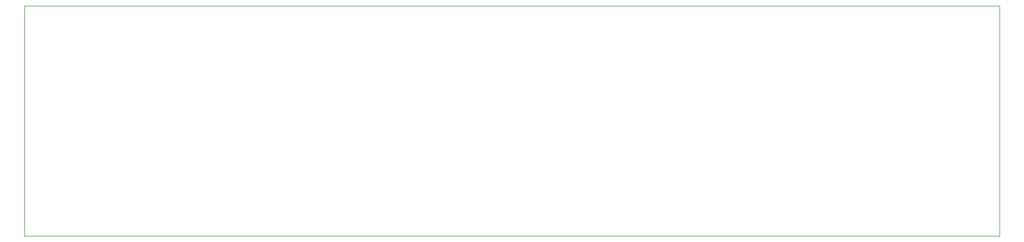
<source format=gko>
*%FSLAX23Y23*%
*%MOIN*%
G01*
D11*
X4105Y6604D02*
X15837D01*
Y9379D02*
X4105D01*
Y6604D01*
X15837D02*
Y9379D01*
D14*
X4110Y6608D02*
X4109D01*
X4110D02*
X15833D01*
Y9375D02*
X4109D01*
X15833D02*
Y6608D01*
X4109D02*
Y9375D01*
D02*
M02*

</source>
